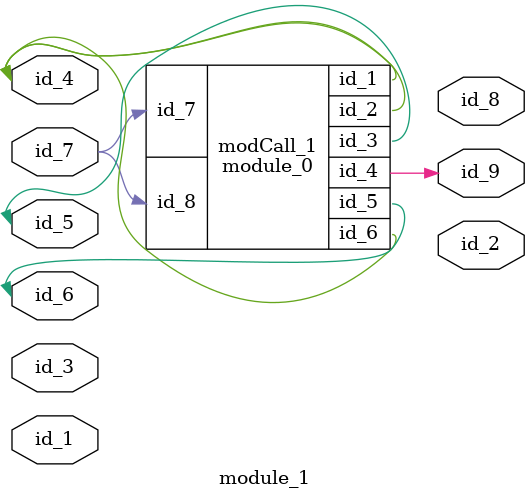
<source format=v>
module module_0 (
    id_1,
    id_2,
    id_3,
    id_4,
    id_5,
    id_6,
    id_7,
    id_8
);
  input wire id_8;
  input wire id_7;
  inout wire id_6;
  output wire id_5;
  output wire id_4;
  inout wire id_3;
  inout wire id_2;
  output wire id_1;
  wire id_9;
endmodule
module module_1 (
    id_1,
    id_2,
    id_3,
    id_4,
    id_5,
    id_6,
    id_7,
    id_8,
    id_9
);
  output wire id_9;
  output wire id_8;
  inout wire id_7;
  inout wire id_6;
  inout wire id_5;
  inout wire id_4;
  input wire id_3;
  output wire id_2;
  inout wire id_1;
  module_0 modCall_1 (
      id_4,
      id_4,
      id_5,
      id_9,
      id_6,
      id_4,
      id_7,
      id_7
  );
endmodule

</source>
